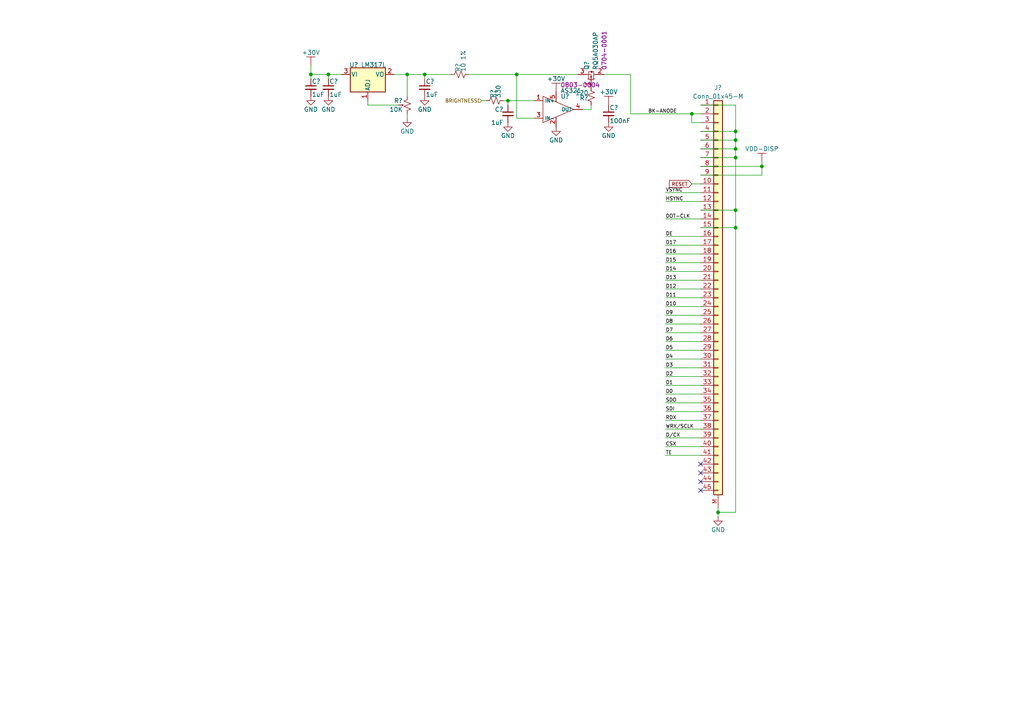
<source format=kicad_sch>
(kicad_sch (version 20211123) (generator eeschema)

  (uuid e135295f-2eae-40e7-9583-1889bb8f7973)

  (paper "A4")

  (lib_symbols
    (symbol "Daxxn_Connectors:Conn_01x45-M" (pin_names (offset 1.016) hide) (in_bom yes) (on_board yes)
      (property "Reference" "J" (id 0) (at 0 53.34 0)
        (effects (font (size 1.27 1.27)))
      )
      (property "Value" "Conn_01x45-M" (id 1) (at 0 50.8 0)
        (effects (font (size 1.27 1.27)))
      )
      (property "Footprint" "" (id 2) (at 0 0 0)
        (effects (font (size 1.27 1.27)) hide)
      )
      (property "Datasheet" "~" (id 3) (at 0 0 0)
        (effects (font (size 1.27 1.27)) hide)
      )
      (property "ki_keywords" "connector 45" (id 4) (at 0 0 0)
        (effects (font (size 1.27 1.27)) hide)
      )
      (property "ki_description" "Generic connector, single row, 01x45" (id 5) (at 0 0 0)
        (effects (font (size 1.27 1.27)) hide)
      )
      (property "ki_fp_filters" "Connector*:*_1x??_*" (id 6) (at 0 0 0)
        (effects (font (size 1.27 1.27)) hide)
      )
      (symbol "Conn_01x45-M_1_1"
        (rectangle (start -1.27 -63.373) (end 0 -63.627)
          (stroke (width 0.1524) (type default) (color 0 0 0 0))
          (fill (type none))
        )
        (rectangle (start -1.27 -60.833) (end 0 -61.087)
          (stroke (width 0.1524) (type default) (color 0 0 0 0))
          (fill (type none))
        )
        (rectangle (start -1.27 -58.293) (end 0 -58.547)
          (stroke (width 0.1524) (type default) (color 0 0 0 0))
          (fill (type none))
        )
        (rectangle (start -1.27 -55.753) (end 0 -56.007)
          (stroke (width 0.1524) (type default) (color 0 0 0 0))
          (fill (type none))
        )
        (rectangle (start -1.27 -53.213) (end 0 -53.467)
          (stroke (width 0.1524) (type default) (color 0 0 0 0))
          (fill (type none))
        )
        (rectangle (start -1.27 -50.673) (end 0 -50.927)
          (stroke (width 0.1524) (type default) (color 0 0 0 0))
          (fill (type none))
        )
        (rectangle (start -1.27 -48.133) (end 0 -48.387)
          (stroke (width 0.1524) (type default) (color 0 0 0 0))
          (fill (type none))
        )
        (rectangle (start -1.27 -45.593) (end 0 -45.847)
          (stroke (width 0.1524) (type default) (color 0 0 0 0))
          (fill (type none))
        )
        (rectangle (start -1.27 -43.053) (end 0 -43.307)
          (stroke (width 0.1524) (type default) (color 0 0 0 0))
          (fill (type none))
        )
        (rectangle (start -1.27 -40.513) (end 0 -40.767)
          (stroke (width 0.1524) (type default) (color 0 0 0 0))
          (fill (type none))
        )
        (rectangle (start -1.27 -37.973) (end 0 -38.227)
          (stroke (width 0.1524) (type default) (color 0 0 0 0))
          (fill (type none))
        )
        (rectangle (start -1.27 -35.433) (end 0 -35.687)
          (stroke (width 0.1524) (type default) (color 0 0 0 0))
          (fill (type none))
        )
        (rectangle (start -1.27 -32.893) (end 0 -33.147)
          (stroke (width 0.1524) (type default) (color 0 0 0 0))
          (fill (type none))
        )
        (rectangle (start -1.27 -30.353) (end 0 -30.607)
          (stroke (width 0.1524) (type default) (color 0 0 0 0))
          (fill (type none))
        )
        (rectangle (start -1.27 -27.813) (end 0 -28.067)
          (stroke (width 0.1524) (type default) (color 0 0 0 0))
          (fill (type none))
        )
        (rectangle (start -1.27 -25.273) (end 0 -25.527)
          (stroke (width 0.1524) (type default) (color 0 0 0 0))
          (fill (type none))
        )
        (rectangle (start -1.27 -22.733) (end 0 -22.987)
          (stroke (width 0.1524) (type default) (color 0 0 0 0))
          (fill (type none))
        )
        (rectangle (start -1.27 -20.193) (end 0 -20.447)
          (stroke (width 0.1524) (type default) (color 0 0 0 0))
          (fill (type none))
        )
        (rectangle (start -1.27 -17.653) (end 0 -17.907)
          (stroke (width 0.1524) (type default) (color 0 0 0 0))
          (fill (type none))
        )
        (rectangle (start -1.27 -15.113) (end 0 -15.367)
          (stroke (width 0.1524) (type default) (color 0 0 0 0))
          (fill (type none))
        )
        (rectangle (start -1.27 -12.573) (end 0 -12.827)
          (stroke (width 0.1524) (type default) (color 0 0 0 0))
          (fill (type none))
        )
        (rectangle (start -1.27 -10.033) (end 0 -10.287)
          (stroke (width 0.1524) (type default) (color 0 0 0 0))
          (fill (type none))
        )
        (rectangle (start -1.27 -7.493) (end 0 -7.747)
          (stroke (width 0.1524) (type default) (color 0 0 0 0))
          (fill (type none))
        )
        (rectangle (start -1.27 -4.953) (end 0 -5.207)
          (stroke (width 0.1524) (type default) (color 0 0 0 0))
          (fill (type none))
        )
        (rectangle (start -1.27 -2.413) (end 0 -2.667)
          (stroke (width 0.1524) (type default) (color 0 0 0 0))
          (fill (type none))
        )
        (rectangle (start -1.27 0.127) (end 0 -0.127)
          (stroke (width 0.1524) (type default) (color 0 0 0 0))
          (fill (type none))
        )
        (rectangle (start -1.27 2.667) (end 0 2.413)
          (stroke (width 0.1524) (type default) (color 0 0 0 0))
          (fill (type none))
        )
        (rectangle (start -1.27 5.207) (end 0 4.953)
          (stroke (width 0.1524) (type default) (color 0 0 0 0))
          (fill (type none))
        )
        (rectangle (start -1.27 7.747) (end 0 7.493)
          (stroke (width 0.1524) (type default) (color 0 0 0 0))
          (fill (type none))
        )
        (rectangle (start -1.27 10.287) (end 0 10.033)
          (stroke (width 0.1524) (type default) (color 0 0 0 0))
          (fill (type none))
        )
        (rectangle (start -1.27 12.827) (end 0 12.573)
          (stroke (width 0.1524) (type default) (color 0 0 0 0))
          (fill (type none))
        )
        (rectangle (start -1.27 15.367) (end 0 15.113)
          (stroke (width 0.1524) (type default) (color 0 0 0 0))
          (fill (type none))
        )
        (rectangle (start -1.27 17.907) (end 0 17.653)
          (stroke (width 0.1524) (type default) (color 0 0 0 0))
          (fill (type none))
        )
        (rectangle (start -1.27 20.447) (end 0 20.193)
          (stroke (width 0.1524) (type default) (color 0 0 0 0))
          (fill (type none))
        )
        (rectangle (start -1.27 22.987) (end 0 22.733)
          (stroke (width 0.1524) (type default) (color 0 0 0 0))
          (fill (type none))
        )
        (rectangle (start -1.27 25.527) (end 0 25.273)
          (stroke (width 0.1524) (type default) (color 0 0 0 0))
          (fill (type none))
        )
        (rectangle (start -1.27 28.067) (end 0 27.813)
          (stroke (width 0.1524) (type default) (color 0 0 0 0))
          (fill (type none))
        )
        (rectangle (start -1.27 30.607) (end 0 30.353)
          (stroke (width 0.1524) (type default) (color 0 0 0 0))
          (fill (type none))
        )
        (rectangle (start -1.27 33.147) (end 0 32.893)
          (stroke (width 0.1524) (type default) (color 0 0 0 0))
          (fill (type none))
        )
        (rectangle (start -1.27 35.687) (end 0 35.433)
          (stroke (width 0.1524) (type default) (color 0 0 0 0))
          (fill (type none))
        )
        (rectangle (start -1.27 38.227) (end 0 37.973)
          (stroke (width 0.1524) (type default) (color 0 0 0 0))
          (fill (type none))
        )
        (rectangle (start -1.27 40.767) (end 0 40.513)
          (stroke (width 0.1524) (type default) (color 0 0 0 0))
          (fill (type none))
        )
        (rectangle (start -1.27 43.307) (end 0 43.053)
          (stroke (width 0.1524) (type default) (color 0 0 0 0))
          (fill (type none))
        )
        (rectangle (start -1.27 45.847) (end 0 45.593)
          (stroke (width 0.1524) (type default) (color 0 0 0 0))
          (fill (type none))
        )
        (rectangle (start -1.27 48.387) (end 0 48.133)
          (stroke (width 0.1524) (type default) (color 0 0 0 0))
          (fill (type none))
        )
        (rectangle (start -1.27 49.53) (end 1.27 -64.77)
          (stroke (width 0.254) (type default) (color 0 0 0 0))
          (fill (type background))
        )
        (pin passive line (at -5.08 48.26 0) (length 3.81)
          (name "Pin_1" (effects (font (size 1.27 1.27))))
          (number "1" (effects (font (size 1.27 1.27))))
        )
        (pin passive line (at -5.08 25.4 0) (length 3.81)
          (name "Pin_10" (effects (font (size 1.27 1.27))))
          (number "10" (effects (font (size 1.27 1.27))))
        )
        (pin passive line (at -5.08 22.86 0) (length 3.81)
          (name "Pin_11" (effects (font (size 1.27 1.27))))
          (number "11" (effects (font (size 1.27 1.27))))
        )
        (pin passive line (at -5.08 20.32 0) (length 3.81)
          (name "Pin_12" (effects (font (size 1.27 1.27))))
          (number "12" (effects (font (size 1.27 1.27))))
        )
        (pin passive line (at -5.08 17.78 0) (length 3.81)
          (name "Pin_13" (effects (font (size 1.27 1.27))))
          (number "13" (effects (font (size 1.27 1.27))))
        )
        (pin passive line (at -5.08 15.24 0) (length 3.81)
          (name "Pin_14" (effects (font (size 1.27 1.27))))
          (number "14" (effects (font (size 1.27 1.27))))
        )
        (pin passive line (at -5.08 12.7 0) (length 3.81)
          (name "Pin_15" (effects (font (size 1.27 1.27))))
          (number "15" (effects (font (size 1.27 1.27))))
        )
        (pin passive line (at -5.08 10.16 0) (length 3.81)
          (name "Pin_16" (effects (font (size 1.27 1.27))))
          (number "16" (effects (font (size 1.27 1.27))))
        )
        (pin passive line (at -5.08 7.62 0) (length 3.81)
          (name "Pin_17" (effects (font (size 1.27 1.27))))
          (number "17" (effects (font (size 1.27 1.27))))
        )
        (pin passive line (at -5.08 5.08 0) (length 3.81)
          (name "Pin_18" (effects (font (size 1.27 1.27))))
          (number "18" (effects (font (size 1.27 1.27))))
        )
        (pin passive line (at -5.08 2.54 0) (length 3.81)
          (name "Pin_19" (effects (font (size 1.27 1.27))))
          (number "19" (effects (font (size 1.27 1.27))))
        )
        (pin passive line (at -5.08 45.72 0) (length 3.81)
          (name "Pin_2" (effects (font (size 1.27 1.27))))
          (number "2" (effects (font (size 1.27 1.27))))
        )
        (pin passive line (at -5.08 0 0) (length 3.81)
          (name "Pin_20" (effects (font (size 1.27 1.27))))
          (number "20" (effects (font (size 1.27 1.27))))
        )
        (pin passive line (at -5.08 -2.54 0) (length 3.81)
          (name "Pin_21" (effects (font (size 1.27 1.27))))
          (number "21" (effects (font (size 1.27 1.27))))
        )
        (pin passive line (at -5.08 -5.08 0) (length 3.81)
          (name "Pin_22" (effects (font (size 1.27 1.27))))
          (number "22" (effects (font (size 1.27 1.27))))
        )
        (pin passive line (at -5.08 -7.62 0) (length 3.81)
          (name "Pin_23" (effects (font (size 1.27 1.27))))
          (number "23" (effects (font (size 1.27 1.27))))
        )
        (pin passive line (at -5.08 -10.16 0) (length 3.81)
          (name "Pin_24" (effects (font (size 1.27 1.27))))
          (number "24" (effects (font (size 1.27 1.27))))
        )
        (pin passive line (at -5.08 -12.7 0) (length 3.81)
          (name "Pin_25" (effects (font (size 1.27 1.27))))
          (number "25" (effects (font (size 1.27 1.27))))
        )
        (pin passive line (at -5.08 -15.24 0) (length 3.81)
          (name "Pin_26" (effects (font (size 1.27 1.27))))
          (number "26" (effects (font (size 1.27 1.27))))
        )
        (pin passive line (at -5.08 -17.78 0) (length 3.81)
          (name "Pin_27" (effects (font (size 1.27 1.27))))
          (number "27" (effects (font (size 1.27 1.27))))
        )
        (pin passive line (at -5.08 -20.32 0) (length 3.81)
          (name "Pin_28" (effects (font (size 1.27 1.27))))
          (number "28" (effects (font (size 1.27 1.27))))
        )
        (pin passive line (at -5.08 -22.86 0) (length 3.81)
          (name "Pin_29" (effects (font (size 1.27 1.27))))
          (number "29" (effects (font (size 1.27 1.27))))
        )
        (pin passive line (at -5.08 43.18 0) (length 3.81)
          (name "Pin_3" (effects (font (size 1.27 1.27))))
          (number "3" (effects (font (size 1.27 1.27))))
        )
        (pin passive line (at -5.08 -25.4 0) (length 3.81)
          (name "Pin_30" (effects (font (size 1.27 1.27))))
          (number "30" (effects (font (size 1.27 1.27))))
        )
        (pin passive line (at -5.08 -27.94 0) (length 3.81)
          (name "Pin_31" (effects (font (size 1.27 1.27))))
          (number "31" (effects (font (size 1.27 1.27))))
        )
        (pin passive line (at -5.08 -30.48 0) (length 3.81)
          (name "Pin_32" (effects (font (size 1.27 1.27))))
          (number "32" (effects (font (size 1.27 1.27))))
        )
        (pin passive line (at -5.08 -33.02 0) (length 3.81)
          (name "Pin_33" (effects (font (size 1.27 1.27))))
          (number "33" (effects (font (size 1.27 1.27))))
        )
        (pin passive line (at -5.08 -35.56 0) (length 3.81)
          (name "Pin_34" (effects (font (size 1.27 1.27))))
          (number "34" (effects (font (size 1.27 1.27))))
        )
        (pin passive line (at -5.08 -38.1 0) (length 3.81)
          (name "Pin_35" (effects (font (size 1.27 1.27))))
          (number "35" (effects (font (size 1.27 1.27))))
        )
        (pin passive line (at -5.08 -40.64 0) (length 3.81)
          (name "Pin_36" (effects (font (size 1.27 1.27))))
          (number "36" (effects (font (size 1.27 1.27))))
        )
        (pin passive line (at -5.08 -43.18 0) (length 3.81)
          (name "Pin_37" (effects (font (size 1.27 1.27))))
          (number "37" (effects (font (size 1.27 1.27))))
        )
        (pin passive line (at -5.08 -45.72 0) (length 3.81)
          (name "Pin_38" (effects (font (size 1.27 1.27))))
          (number "38" (effects (font (size 1.27 1.27))))
        )
        (pin passive line (at -5.08 -48.26 0) (length 3.81)
          (name "Pin_39" (effects (font (size 1.27 1.27))))
          (number "39" (effects (font (size 1.27 1.27))))
        )
        (pin passive line (at -5.08 40.64 0) (length 3.81)
          (name "Pin_4" (effects (font (size 1.27 1.27))))
          (number "4" (effects (font (size 1.27 1.27))))
        )
        (pin passive line (at -5.08 -50.8 0) (length 3.81)
          (name "Pin_40" (effects (font (size 1.27 1.27))))
          (number "40" (effects (font (size 1.27 1.27))))
        )
        (pin passive line (at -5.08 -53.34 0) (length 3.81)
          (name "Pin_41" (effects (font (size 1.27 1.27))))
          (number "41" (effects (font (size 1.27 1.27))))
        )
        (pin passive line (at -5.08 -55.88 0) (length 3.81)
          (name "Pin_42" (effects (font (size 1.27 1.27))))
          (number "42" (effects (font (size 1.27 1.27))))
        )
        (pin passive line (at -5.08 -58.42 0) (length 3.81)
          (name "Pin_43" (effects (font (size 1.27 1.27))))
          (number "43" (effects (font (size 1.27 1.27))))
        )
        (pin passive line (at -5.08 -60.96 0) (length 3.81)
          (name "Pin_44" (effects (font (size 1.27 1.27))))
          (number "44" (effects (font (size 1.27 1.27))))
        )
        (pin passive line (at -5.08 -63.5 0) (length 3.81)
          (name "Pin_45" (effects (font (size 1.27 1.27))))
          (number "45" (effects (font (size 1.27 1.27))))
        )
        (pin passive line (at -5.08 38.1 0) (length 3.81)
          (name "Pin_5" (effects (font (size 1.27 1.27))))
          (number "5" (effects (font (size 1.27 1.27))))
        )
        (pin passive line (at -5.08 35.56 0) (length 3.81)
          (name "Pin_6" (effects (font (size 1.27 1.27))))
          (number "6" (effects (font (size 1.27 1.27))))
        )
        (pin passive line (at -5.08 33.02 0) (length 3.81)
          (name "Pin_7" (effects (font (size 1.27 1.27))))
          (number "7" (effects (font (size 1.27 1.27))))
        )
        (pin passive line (at -5.08 30.48 0) (length 3.81)
          (name "Pin_8" (effects (font (size 1.27 1.27))))
          (number "8" (effects (font (size 1.27 1.27))))
        )
        (pin passive line (at -5.08 27.94 0) (length 3.81)
          (name "Pin_9" (effects (font (size 1.27 1.27))))
          (number "9" (effects (font (size 1.27 1.27))))
        )
        (pin passive line (at 0 -68.58 90) (length 3.81)
          (name "MNT" (effects (font (size 1.27 1.27))))
          (number "M" (effects (font (size 1.27 1.27))))
        )
      )
    )
    (symbol "Daxxn_OPAMP:AS321" (in_bom yes) (on_board yes)
      (property "Reference" "U" (id 0) (at 5.08 3.81 0)
        (effects (font (size 1.27 1.27)) (justify left))
      )
      (property "Value" "AS321" (id 1) (at 5.08 5.461 0)
        (effects (font (size 1.27 1.27)) (justify left))
      )
      (property "Footprint" "Package_TO_SOT_SMD:SOT-23-5" (id 2) (at 1.27 13.97 0)
        (effects (font (size 1.27 1.27)) hide)
      )
      (property "Datasheet" "%LOCAL_DATASHEETS%\\AS321.pdf" (id 3) (at 0 17.78 0)
        (effects (font (size 1.27 1.27)) hide)
      )
      (property "PartNumber" "0803-0004" (id 4) (at 5.08 7.112 0)
        (effects (font (size 1.27 1.27)) (justify left))
      )
      (property "ki_keywords" "lp opamp" (id 5) (at 0 0 0)
        (effects (font (size 1.27 1.27)) hide)
      )
      (property "ki_description" "Low Power, Opamp" (id 6) (at 0 0 0)
        (effects (font (size 1.27 1.27)) hide)
      )
      (symbol "AS321_0_0"
        (pin bidirectional line (at -2.54 2.54 0) (length 2.54)
          (name "IN+" (effects (font (size 1 1))))
          (number "1" (effects (font (size 1.27 1.27))))
        )
        (pin power_in line (at 3.81 -5.08 90) (length 2.82)
          (name "V-" (effects (font (size 0 0))))
          (number "2" (effects (font (size 1.27 1.27))))
        )
        (pin bidirectional line (at -2.54 -2.54 0) (length 2.54)
          (name "IN-" (effects (font (size 1 1))))
          (number "3" (effects (font (size 1.27 1.27))))
        )
        (pin bidirectional line (at 11.43 0 180) (length 2.54)
          (name "OUT" (effects (font (size 1 1))))
          (number "4" (effects (font (size 1.27 1.27))))
        )
        (pin power_in line (at 3.81 5.08 270) (length 2.82)
          (name "V+" (effects (font (size 0 0))))
          (number "5" (effects (font (size 1.27 1.27))))
        )
      )
      (symbol "AS321_0_1"
        (polyline
          (pts
            (xy 0 3.81)
            (xy 8.89 0)
            (xy 0 -3.81)
            (xy 0 3.81)
          )
          (stroke (width 0) (type default) (color 0 0 0 0))
          (fill (type none))
        )
      )
    )
    (symbol "Daxxn_Other:R_Pot_Small_US" (pin_numbers hide) (pin_names (offset 0.254) hide) (in_bom yes) (on_board yes)
      (property "Reference" "R" (id 0) (at 1.27 1.27 0)
        (effects (font (size 1.27 1.27)) (justify left))
      )
      (property "Value" "R_Pot_Small_US" (id 1) (at 1.27 -1.27 0)
        (effects (font (size 1.27 1.27)) (justify left))
      )
      (property "Footprint" "" (id 2) (at 0 0 0)
        (effects (font (size 1.27 1.27)) hide)
      )
      (property "Datasheet" "~" (id 3) (at -4.191 0.762 0)
        (effects (font (size 1.27 1.27)) hide)
      )
      (property "ki_keywords" "r resistor" (id 4) (at 0 0 0)
        (effects (font (size 1.27 1.27)) hide)
      )
      (property "ki_description" "Resistor, small US symbol" (id 5) (at 0 0 0)
        (effects (font (size 1.27 1.27)) hide)
      )
      (property "ki_fp_filters" "R_*" (id 6) (at 0 0 0)
        (effects (font (size 1.27 1.27)) hide)
      )
      (symbol "R_Pot_Small_US_0_1"
        (polyline
          (pts
            (xy 1.143 0)
            (xy 1.524 -0.254)
          )
          (stroke (width 0) (type default) (color 0 0 0 0))
          (fill (type none))
        )
        (polyline
          (pts
            (xy 1.143 0)
            (xy 1.524 0.254)
          )
          (stroke (width 0) (type default) (color 0 0 0 0))
          (fill (type none))
        )
        (polyline
          (pts
            (xy 1.143 0)
            (xy 1.778 0)
          )
          (stroke (width 0) (type default) (color 0 0 0 0))
          (fill (type none))
        )
      )
      (symbol "R_Pot_Small_US_1_1"
        (polyline
          (pts
            (xy 0 0)
            (xy 1.016 -0.381)
            (xy 0 -0.762)
            (xy -1.016 -1.143)
            (xy 0 -1.524)
          )
          (stroke (width 0) (type default) (color 0 0 0 0))
          (fill (type none))
        )
        (polyline
          (pts
            (xy 0 1.524)
            (xy 1.016 1.143)
            (xy 0 0.762)
            (xy -1.016 0.381)
            (xy 0 0)
          )
          (stroke (width 0) (type default) (color 0 0 0 0))
          (fill (type none))
        )
        (pin passive line (at 0 2.54 270) (length 1.016)
          (name "~" (effects (font (size 1.27 1.27))))
          (number "1" (effects (font (size 1.27 1.27))))
        )
        (pin passive line (at 2.54 0 180) (length 0.75)
          (name "~" (effects (font (size 1.27 1.27))))
          (number "2" (effects (font (size 1.27 1.27))))
        )
        (pin passive line (at 0 -2.54 90) (length 1.016)
          (name "~" (effects (font (size 1.27 1.27))))
          (number "3" (effects (font (size 1.27 1.27))))
        )
      )
    )
    (symbol "Daxxn_Power:+30V" (power) (in_bom no) (on_board no)
      (property "Reference" "#PWR" (id 0) (at 3.81 0 0)
        (effects (font (size 1.27 1.27)) hide)
      )
      (property "Value" "+30V" (id 1) (at 0 3.81 0)
        (effects (font (size 1.27 1.27)))
      )
      (property "Footprint" "" (id 2) (at 0 0 0)
        (effects (font (size 1.27 1.27)) hide)
      )
      (property "Datasheet" "" (id 3) (at 0 0 0)
        (effects (font (size 1.27 1.27)) hide)
      )
      (symbol "+30V_0_0"
        (pin power_in line (at 0 0 90) (length 0) hide
          (name "+30V" (effects (font (size 1.27 1.27))))
          (number "1" (effects (font (size 1.27 1.27))))
        )
      )
      (symbol "+30V_0_1"
        (polyline
          (pts
            (xy -1.27 2.54)
            (xy 1.27 2.54)
          )
          (stroke (width 0) (type default) (color 0 0 0 0))
          (fill (type none))
        )
        (polyline
          (pts
            (xy 0 0)
            (xy 0 2.54)
          )
          (stroke (width 0) (type default) (color 0 0 0 0))
          (fill (type none))
        )
      )
    )
    (symbol "Daxxn_Power:VDD-DISP" (power) (in_bom no) (on_board no)
      (property "Reference" "#PWR" (id 0) (at 3.81 0 0)
        (effects (font (size 1.27 1.27)) hide)
      )
      (property "Value" "VDD-DISP" (id 1) (at 0 3.81 0)
        (effects (font (size 1.27 1.27)))
      )
      (property "Footprint" "" (id 2) (at 0 0 0)
        (effects (font (size 1.27 1.27)) hide)
      )
      (property "Datasheet" "" (id 3) (at 0 0 0)
        (effects (font (size 1.27 1.27)) hide)
      )
      (property "ki_keywords" "power-flag" (id 4) (at 0 0 0)
        (effects (font (size 1.27 1.27)) hide)
      )
      (property "ki_description" "Source From Power Supply Internal Regulator" (id 5) (at 0 0 0)
        (effects (font (size 1.27 1.27)) hide)
      )
      (symbol "VDD-DISP_0_0"
        (pin power_in line (at 0 0 90) (length 0) hide
          (name "VDD-DISP" (effects (font (size 1.27 1.27))))
          (number "1" (effects (font (size 1.27 1.27))))
        )
      )
      (symbol "VDD-DISP_0_1"
        (polyline
          (pts
            (xy -1.27 2.54)
            (xy 1.27 2.54)
          )
          (stroke (width 0) (type default) (color 0 0 0 0))
          (fill (type none))
        )
        (polyline
          (pts
            (xy 0 0)
            (xy 0 2.54)
          )
          (stroke (width 0) (type default) (color 0 0 0 0))
          (fill (type none))
        )
      )
    )
    (symbol "Daxxn_Transistors:RQ5A030AP" (in_bom yes) (on_board yes)
      (property "Reference" "Q" (id 0) (at 2.54 -1.27 0)
        (effects (font (size 1.27 1.27)) (justify left))
      )
      (property "Value" "RQ5A030AP" (id 1) (at 2.54 1.27 0)
        (effects (font (size 1.27 1.27)) (justify left))
      )
      (property "Footprint" "Package_TO_SOT_SMD:SOT-23" (id 2) (at 1.27 12.7 0)
        (effects (font (size 1.27 1.27)) hide)
      )
      (property "Datasheet" "%LOCAL_DATASHEETS%\\RQ5A030AP.pdf" (id 3) (at 1.27 15.24 0)
        (effects (font (size 1.27 1.27)) hide)
      )
      (property "PartNumber" "0704-0001" (id 4) (at 2.54 3.81 0)
        (effects (font (size 1.27 1.27)) (justify left))
      )
      (property "ki_keywords" "p-ch esd mosfet fet" (id 5) (at 0 0 0)
        (effects (font (size 1.27 1.27)) hide)
      )
      (property "ki_description" "P-Ch MOSFET w/ ESD" (id 6) (at 0 0 0)
        (effects (font (size 1.27 1.27)) hide)
      )
      (symbol "RQ5A030AP_0_0"
        (pin bidirectional line (at -2.54 0 0) (length 2.2)
          (name "G" (effects (font (size 0 0))))
          (number "1" (effects (font (size 1.27 1.27))))
        )
        (pin bidirectional line (at 1.27 3.81 270) (length 2.54)
          (name "S" (effects (font (size 0 0))))
          (number "2" (effects (font (size 1.27 1.27))))
        )
        (pin bidirectional line (at 1.27 -3.81 90) (length 2.54)
          (name "D" (effects (font (size 0 0))))
          (number "3" (effects (font (size 1.27 1.27))))
        )
      )
      (symbol "RQ5A030AP_0_1"
        (polyline
          (pts
            (xy -0.254 0.762)
            (xy -0.254 -0.762)
          )
          (stroke (width 0) (type default) (color 0 0 0 0))
          (fill (type none))
        )
        (polyline
          (pts
            (xy 0 -0.508)
            (xy 0 -1.016)
          )
          (stroke (width 0) (type default) (color 0 0 0 0))
          (fill (type none))
        )
        (polyline
          (pts
            (xy 0 0.254)
            (xy 0 -0.254)
          )
          (stroke (width 0) (type default) (color 0 0 0 0))
          (fill (type none))
        )
        (polyline
          (pts
            (xy 0 0.508)
            (xy 0 1.016)
          )
          (stroke (width 0) (type default) (color 0 0 0 0))
          (fill (type none))
        )
        (polyline
          (pts
            (xy 1.778 0)
            (xy 2.286 0)
          )
          (stroke (width 0) (type default) (color 0 0 0 0))
          (fill (type none))
        )
        (polyline
          (pts
            (xy 0 -0.762)
            (xy 1.27 -0.762)
            (xy 1.27 -1.27)
          )
          (stroke (width 0) (type default) (color 0 0 0 0))
          (fill (type none))
        )
        (polyline
          (pts
            (xy 0 0)
            (xy 1.27 0)
            (xy 1.27 -0.762)
          )
          (stroke (width 0) (type default) (color 0 0 0 0))
          (fill (type none))
        )
        (polyline
          (pts
            (xy 0 0.762)
            (xy 1.27 0.762)
            (xy 1.27 1.27)
          )
          (stroke (width 0) (type default) (color 0 0 0 0))
          (fill (type none))
        )
        (polyline
          (pts
            (xy 0.762 0)
            (xy 0.508 0.254)
            (xy 0.508 -0.254)
            (xy 0.762 0)
          )
          (stroke (width 0) (type default) (color 0 0 0 0))
          (fill (type none))
        )
        (polyline
          (pts
            (xy 1.27 0.762)
            (xy 2.032 0.762)
            (xy 2.032 -0.762)
            (xy 1.27 -0.762)
          )
          (stroke (width 0) (type default) (color 0 0 0 0))
          (fill (type none))
        )
        (polyline
          (pts
            (xy 2.032 0)
            (xy 1.778 0.254)
            (xy 2.286 0.254)
            (xy 2.032 0)
          )
          (stroke (width 0) (type default) (color 0 0 0 0))
          (fill (type none))
        )
      )
    )
    (symbol "Device:C_Small" (pin_numbers hide) (pin_names (offset 0.254) hide) (in_bom yes) (on_board yes)
      (property "Reference" "C" (id 0) (at 0.254 1.778 0)
        (effects (font (size 1.27 1.27)) (justify left))
      )
      (property "Value" "C_Small" (id 1) (at 0.254 -2.032 0)
        (effects (font (size 1.27 1.27)) (justify left))
      )
      (property "Footprint" "" (id 2) (at 0 0 0)
        (effects (font (size 1.27 1.27)) hide)
      )
      (property "Datasheet" "~" (id 3) (at 0 0 0)
        (effects (font (size 1.27 1.27)) hide)
      )
      (property "ki_keywords" "capacitor cap" (id 4) (at 0 0 0)
        (effects (font (size 1.27 1.27)) hide)
      )
      (property "ki_description" "Unpolarized capacitor, small symbol" (id 5) (at 0 0 0)
        (effects (font (size 1.27 1.27)) hide)
      )
      (property "ki_fp_filters" "C_*" (id 6) (at 0 0 0)
        (effects (font (size 1.27 1.27)) hide)
      )
      (symbol "C_Small_0_1"
        (polyline
          (pts
            (xy -1.524 -0.508)
            (xy 1.524 -0.508)
          )
          (stroke (width 0.3302) (type default) (color 0 0 0 0))
          (fill (type none))
        )
        (polyline
          (pts
            (xy -1.524 0.508)
            (xy 1.524 0.508)
          )
          (stroke (width 0.3048) (type default) (color 0 0 0 0))
          (fill (type none))
        )
      )
      (symbol "C_Small_1_1"
        (pin passive line (at 0 2.54 270) (length 2.032)
          (name "~" (effects (font (size 1.27 1.27))))
          (number "1" (effects (font (size 1.27 1.27))))
        )
        (pin passive line (at 0 -2.54 90) (length 2.032)
          (name "~" (effects (font (size 1.27 1.27))))
          (number "2" (effects (font (size 1.27 1.27))))
        )
      )
    )
    (symbol "Device:R_Small_US" (pin_numbers hide) (pin_names (offset 0.254) hide) (in_bom yes) (on_board yes)
      (property "Reference" "R" (id 0) (at 0.762 0.508 0)
        (effects (font (size 1.27 1.27)) (justify left))
      )
      (property "Value" "R_Small_US" (id 1) (at 0.762 -1.016 0)
        (effects (font (size 1.27 1.27)) (justify left))
      )
      (property "Footprint" "" (id 2) (at 0 0 0)
        (effects (font (size 1.27 1.27)) hide)
      )
      (property "Datasheet" "~" (id 3) (at 0 0 0)
        (effects (font (size 1.27 1.27)) hide)
      )
      (property "ki_keywords" "r resistor" (id 4) (at 0 0 0)
        (effects (font (size 1.27 1.27)) hide)
      )
      (property "ki_description" "Resistor, small US symbol" (id 5) (at 0 0 0)
        (effects (font (size 1.27 1.27)) hide)
      )
      (property "ki_fp_filters" "R_*" (id 6) (at 0 0 0)
        (effects (font (size 1.27 1.27)) hide)
      )
      (symbol "R_Small_US_1_1"
        (polyline
          (pts
            (xy 0 0)
            (xy 1.016 -0.381)
            (xy 0 -0.762)
            (xy -1.016 -1.143)
            (xy 0 -1.524)
          )
          (stroke (width 0) (type default) (color 0 0 0 0))
          (fill (type none))
        )
        (polyline
          (pts
            (xy 0 1.524)
            (xy 1.016 1.143)
            (xy 0 0.762)
            (xy -1.016 0.381)
            (xy 0 0)
          )
          (stroke (width 0) (type default) (color 0 0 0 0))
          (fill (type none))
        )
        (pin passive line (at 0 2.54 270) (length 1.016)
          (name "~" (effects (font (size 1.27 1.27))))
          (number "1" (effects (font (size 1.27 1.27))))
        )
        (pin passive line (at 0 -2.54 90) (length 1.016)
          (name "~" (effects (font (size 1.27 1.27))))
          (number "2" (effects (font (size 1.27 1.27))))
        )
      )
    )
    (symbol "Regulator_Linear:LM317L_SOT-89" (pin_names (offset 0.254)) (in_bom yes) (on_board yes)
      (property "Reference" "U" (id 0) (at -3.81 3.175 0)
        (effects (font (size 1.27 1.27)))
      )
      (property "Value" "LM317L_SOT-89" (id 1) (at 0 3.175 0)
        (effects (font (size 1.27 1.27)) (justify left))
      )
      (property "Footprint" "Package_TO_SOT_SMD:SOT-89-3" (id 2) (at 0 6.35 0)
        (effects (font (size 1.27 1.27) italic) hide)
      )
      (property "Datasheet" "http://www.ti.com/lit/ds/symlink/lm317l.pdf" (id 3) (at 0 0 0)
        (effects (font (size 1.27 1.27)) hide)
      )
      (property "ki_keywords" "Adjustable Voltage Regulator 1A Positive" (id 4) (at 0 0 0)
        (effects (font (size 1.27 1.27)) hide)
      )
      (property "ki_description" "100mA 35V Adjustable Linear Regulator, SOT-89" (id 5) (at 0 0 0)
        (effects (font (size 1.27 1.27)) hide)
      )
      (property "ki_fp_filters" "SOT?89*" (id 6) (at 0 0 0)
        (effects (font (size 1.27 1.27)) hide)
      )
      (symbol "LM317L_SOT-89_0_1"
        (rectangle (start -5.08 1.905) (end 5.08 -5.08)
          (stroke (width 0.254) (type default) (color 0 0 0 0))
          (fill (type background))
        )
      )
      (symbol "LM317L_SOT-89_1_1"
        (pin input line (at 0 -7.62 90) (length 2.54)
          (name "ADJ" (effects (font (size 1.27 1.27))))
          (number "1" (effects (font (size 1.27 1.27))))
        )
        (pin power_out line (at 7.62 0 180) (length 2.54)
          (name "VO" (effects (font (size 1.27 1.27))))
          (number "2" (effects (font (size 1.27 1.27))))
        )
        (pin power_in line (at -7.62 0 0) (length 2.54)
          (name "VI" (effects (font (size 1.27 1.27))))
          (number "3" (effects (font (size 1.27 1.27))))
        )
      )
    )
    (symbol "power:GND" (power) (pin_names (offset 0)) (in_bom yes) (on_board yes)
      (property "Reference" "#PWR" (id 0) (at 0 -6.35 0)
        (effects (font (size 1.27 1.27)) hide)
      )
      (property "Value" "GND" (id 1) (at 0 -3.81 0)
        (effects (font (size 1.27 1.27)))
      )
      (property "Footprint" "" (id 2) (at 0 0 0)
        (effects (font (size 1.27 1.27)) hide)
      )
      (property "Datasheet" "" (id 3) (at 0 0 0)
        (effects (font (size 1.27 1.27)) hide)
      )
      (property "ki_keywords" "power-flag" (id 4) (at 0 0 0)
        (effects (font (size 1.27 1.27)) hide)
      )
      (property "ki_description" "Power symbol creates a global label with name \"GND\" , ground" (id 5) (at 0 0 0)
        (effects (font (size 1.27 1.27)) hide)
      )
      (symbol "GND_0_1"
        (polyline
          (pts
            (xy 0 0)
            (xy 0 -1.27)
            (xy 1.27 -1.27)
            (xy 0 -2.54)
            (xy -1.27 -1.27)
            (xy 0 -1.27)
          )
          (stroke (width 0) (type default) (color 0 0 0 0))
          (fill (type none))
        )
      )
      (symbol "GND_1_1"
        (pin power_in line (at 0 0 270) (length 0) hide
          (name "GND" (effects (font (size 1.27 1.27))))
          (number "1" (effects (font (size 1.27 1.27))))
        )
      )
    )
  )

  (junction (at 213.36 45.72) (diameter 0) (color 0 0 0 0)
    (uuid 034233f0-e6e7-4bd3-b98d-8ceec89c80a7)
  )
  (junction (at 220.98 48.26) (diameter 0) (color 0 0 0 0)
    (uuid 151f2e5a-e720-4615-ba2e-fc8cd4ef6777)
  )
  (junction (at 213.36 66.04) (diameter 0) (color 0 0 0 0)
    (uuid 23c4ff6e-b9d6-4883-beae-c233cf5633fa)
  )
  (junction (at 90.17 21.59) (diameter 0) (color 0 0 0 0)
    (uuid 2f097809-6085-4a15-b555-40cc57bcfe99)
  )
  (junction (at 213.36 40.64) (diameter 0) (color 0 0 0 0)
    (uuid 301c39c8-ce22-41fb-a9ec-d7f94bf992b8)
  )
  (junction (at 95.25 21.59) (diameter 0) (color 0 0 0 0)
    (uuid 462d798c-0b14-404e-8703-8366ddc5adf6)
  )
  (junction (at 213.36 43.18) (diameter 0) (color 0 0 0 0)
    (uuid 4b120a55-92de-4cd9-9943-7460be0efbe1)
  )
  (junction (at 213.36 38.1) (diameter 0) (color 0 0 0 0)
    (uuid 6bad52e8-1a50-4760-bad0-c1250b9e311d)
  )
  (junction (at 123.19 21.59) (diameter 0) (color 0 0 0 0)
    (uuid 90698736-e3cb-4663-8845-a7c3e51047b3)
  )
  (junction (at 118.11 21.59) (diameter 0) (color 0 0 0 0)
    (uuid 9aa764db-f4ca-4184-969c-225f8fc93cb0)
  )
  (junction (at 149.86 21.59) (diameter 0) (color 0 0 0 0)
    (uuid a54edf25-522b-4433-a05f-0925670a2f2d)
  )
  (junction (at 200.66 33.02) (diameter 0) (color 0 0 0 0)
    (uuid b47658dc-3547-4ce1-839e-ea2adb776d88)
  )
  (junction (at 147.32 29.21) (diameter 0) (color 0 0 0 0)
    (uuid c4398d27-8d89-430c-9221-75df2034bd06)
  )
  (junction (at 213.36 60.96) (diameter 0) (color 0 0 0 0)
    (uuid c5b3a68c-3403-4f34-88ab-a1f365bb9a5d)
  )
  (junction (at 208.28 148.59) (diameter 0) (color 0 0 0 0)
    (uuid dc1f0034-57dd-4b93-be0e-14ac93615b5d)
  )

  (no_connect (at 203.2 134.62) (uuid 1e984bbc-2846-4f0a-b0f9-1b50241b077e))
  (no_connect (at 203.2 137.16) (uuid 7b0515ff-0202-4cba-8c10-6be103895c6e))
  (no_connect (at 203.2 139.7) (uuid 8f3d4a6e-3a74-4ee0-ab32-e37f4ce41355))
  (no_connect (at 203.2 142.24) (uuid d4898f8d-725f-4200-9292-ca2af462f092))

  (wire (pts (xy 193.04 101.6) (xy 203.2 101.6))
    (stroke (width 0) (type default) (color 0 0 0 0))
    (uuid 014fbbfa-5f69-4ad8-8d62-c6d8041f24a0)
  )
  (wire (pts (xy 193.04 132.08) (xy 203.2 132.08))
    (stroke (width 0) (type default) (color 0 0 0 0))
    (uuid 02c3cffe-dc87-478f-9c77-9c94190dcef4)
  )
  (wire (pts (xy 203.2 45.72) (xy 213.36 45.72))
    (stroke (width 0) (type default) (color 0 0 0 0))
    (uuid 04368ca8-8cb5-4407-b6d3-3b520bbc243a)
  )
  (wire (pts (xy 193.04 71.12) (xy 203.2 71.12))
    (stroke (width 0) (type default) (color 0 0 0 0))
    (uuid 086a2767-d986-4b87-b669-c3463ff94475)
  )
  (wire (pts (xy 213.36 30.48) (xy 213.36 38.1))
    (stroke (width 0) (type default) (color 0 0 0 0))
    (uuid 099f7ce9-ec75-47da-b350-89c3a3434f30)
  )
  (wire (pts (xy 149.86 21.59) (xy 149.86 34.29))
    (stroke (width 0) (type default) (color 0 0 0 0))
    (uuid 0c368d6f-ca9f-4e6b-a228-9eebf923ae3c)
  )
  (wire (pts (xy 193.04 91.44) (xy 203.2 91.44))
    (stroke (width 0) (type default) (color 0 0 0 0))
    (uuid 0dacbce4-b45c-4bc4-ba3d-57d44ee82312)
  )
  (wire (pts (xy 95.25 21.59) (xy 95.25 22.86))
    (stroke (width 0) (type default) (color 0 0 0 0))
    (uuid 0f7a4ae5-11d7-4856-8373-39f5c44b3b5a)
  )
  (wire (pts (xy 182.88 21.59) (xy 182.88 33.02))
    (stroke (width 0) (type default) (color 0 0 0 0))
    (uuid 121116df-5ab5-4a83-a6e7-445c97e029a2)
  )
  (wire (pts (xy 193.04 58.42) (xy 203.2 58.42))
    (stroke (width 0) (type default) (color 0 0 0 0))
    (uuid 139a87b6-34c4-4b3f-aca8-ce38b176491b)
  )
  (wire (pts (xy 200.66 33.02) (xy 203.2 33.02))
    (stroke (width 0) (type default) (color 0 0 0 0))
    (uuid 1f215371-11d9-4fd0-b585-c7f0903911d8)
  )
  (wire (pts (xy 203.2 35.56) (xy 200.66 35.56))
    (stroke (width 0) (type default) (color 0 0 0 0))
    (uuid 22cab546-48c5-45b2-a54c-db8afacea48e)
  )
  (wire (pts (xy 114.3 21.59) (xy 118.11 21.59))
    (stroke (width 0) (type default) (color 0 0 0 0))
    (uuid 23541de2-e957-4a44-a4d7-1f3faca1448d)
  )
  (wire (pts (xy 193.04 116.84) (xy 203.2 116.84))
    (stroke (width 0) (type default) (color 0 0 0 0))
    (uuid 25c7c612-0406-46e3-bd40-362e3e0514b3)
  )
  (wire (pts (xy 193.04 78.74) (xy 203.2 78.74))
    (stroke (width 0) (type default) (color 0 0 0 0))
    (uuid 2a84497e-f235-407c-b71a-f7906d128c73)
  )
  (wire (pts (xy 175.26 21.59) (xy 182.88 21.59))
    (stroke (width 0) (type default) (color 0 0 0 0))
    (uuid 2dec693e-3d3c-4121-bc9b-9b68dd15491a)
  )
  (wire (pts (xy 90.17 21.59) (xy 90.17 19.05))
    (stroke (width 0) (type default) (color 0 0 0 0))
    (uuid 33bf2d4a-d443-4c99-abc7-cd19b7d248cc)
  )
  (wire (pts (xy 193.04 114.3) (xy 203.2 114.3))
    (stroke (width 0) (type default) (color 0 0 0 0))
    (uuid 362476a3-33ee-4681-826a-d645d2be7d44)
  )
  (wire (pts (xy 118.11 33.02) (xy 118.11 34.29))
    (stroke (width 0) (type default) (color 0 0 0 0))
    (uuid 380cc471-446d-479c-9cf9-a3c0299cf56d)
  )
  (wire (pts (xy 118.11 21.59) (xy 123.19 21.59))
    (stroke (width 0) (type default) (color 0 0 0 0))
    (uuid 38f17152-06d3-4b10-a039-93a50e6dcb91)
  )
  (wire (pts (xy 220.98 46.99) (xy 220.98 48.26))
    (stroke (width 0) (type default) (color 0 0 0 0))
    (uuid 40b73c37-9a07-46ff-991a-db9674221c80)
  )
  (wire (pts (xy 203.2 38.1) (xy 213.36 38.1))
    (stroke (width 0) (type default) (color 0 0 0 0))
    (uuid 4d59deb4-86ef-4c37-9015-0b2e7466ac41)
  )
  (wire (pts (xy 193.04 104.14) (xy 203.2 104.14))
    (stroke (width 0) (type default) (color 0 0 0 0))
    (uuid 5116db54-7de7-4b1d-a2d5-f3ed96eabdd3)
  )
  (wire (pts (xy 123.19 21.59) (xy 130.81 21.59))
    (stroke (width 0) (type default) (color 0 0 0 0))
    (uuid 53dc2f08-8855-4020-aaec-df05bb8c1bea)
  )
  (wire (pts (xy 203.2 48.26) (xy 220.98 48.26))
    (stroke (width 0) (type default) (color 0 0 0 0))
    (uuid 5876ce39-527e-4648-98e8-a1f88ddedce1)
  )
  (wire (pts (xy 203.2 30.48) (xy 213.36 30.48))
    (stroke (width 0) (type default) (color 0 0 0 0))
    (uuid 5b479de3-9965-4d9d-bf98-baf5583196d4)
  )
  (wire (pts (xy 208.28 148.59) (xy 208.28 149.86))
    (stroke (width 0) (type default) (color 0 0 0 0))
    (uuid 5e6078ec-b372-4612-b146-64bbb441033f)
  )
  (wire (pts (xy 193.04 109.22) (xy 203.2 109.22))
    (stroke (width 0) (type default) (color 0 0 0 0))
    (uuid 5f500794-096f-4277-9e71-75053f1bcd98)
  )
  (wire (pts (xy 203.2 50.8) (xy 220.98 50.8))
    (stroke (width 0) (type default) (color 0 0 0 0))
    (uuid 730a2842-ee0a-4efd-906c-9ed171f622b2)
  )
  (wire (pts (xy 200.66 53.34) (xy 203.2 53.34))
    (stroke (width 0) (type default) (color 0 0 0 0))
    (uuid 73b0eed6-5bae-4177-ab71-4d45b6d9e7f8)
  )
  (wire (pts (xy 193.04 83.82) (xy 203.2 83.82))
    (stroke (width 0) (type default) (color 0 0 0 0))
    (uuid 74429b4d-f35e-4938-b0fa-486b62bb43da)
  )
  (wire (pts (xy 118.11 21.59) (xy 118.11 27.94))
    (stroke (width 0) (type default) (color 0 0 0 0))
    (uuid 771bccf0-33bd-4209-b719-0578934521fe)
  )
  (wire (pts (xy 139.7 29.21) (xy 140.97 29.21))
    (stroke (width 0) (type default) (color 0 0 0 0))
    (uuid 78057bc5-34c5-4ede-96fd-302bf8d3bd7d)
  )
  (wire (pts (xy 193.04 76.2) (xy 203.2 76.2))
    (stroke (width 0) (type default) (color 0 0 0 0))
    (uuid 7c7298b1-8cff-43bf-b0ed-72b56565c461)
  )
  (wire (pts (xy 193.04 129.54) (xy 203.2 129.54))
    (stroke (width 0) (type default) (color 0 0 0 0))
    (uuid 7d4b3b15-24d7-4c7b-99ab-1e0df3d7612b)
  )
  (wire (pts (xy 99.06 21.59) (xy 95.25 21.59))
    (stroke (width 0) (type default) (color 0 0 0 0))
    (uuid 7e4c9173-ae00-4760-bf97-571865e8d9b4)
  )
  (wire (pts (xy 193.04 121.92) (xy 203.2 121.92))
    (stroke (width 0) (type default) (color 0 0 0 0))
    (uuid 7e69c171-7224-4626-9087-1478550a7666)
  )
  (wire (pts (xy 200.66 35.56) (xy 200.66 33.02))
    (stroke (width 0) (type default) (color 0 0 0 0))
    (uuid 821cf33e-d10f-4a53-bbc5-a33798c3f0f7)
  )
  (wire (pts (xy 193.04 81.28) (xy 203.2 81.28))
    (stroke (width 0) (type default) (color 0 0 0 0))
    (uuid 8341d496-4962-43c1-807b-b45322419064)
  )
  (wire (pts (xy 193.04 73.66) (xy 203.2 73.66))
    (stroke (width 0) (type default) (color 0 0 0 0))
    (uuid 84a6f14e-8b1d-47af-b856-a808b161c190)
  )
  (wire (pts (xy 193.04 99.06) (xy 203.2 99.06))
    (stroke (width 0) (type default) (color 0 0 0 0))
    (uuid 84d88ef3-e3c3-4a4a-aecd-356aa45db9a1)
  )
  (wire (pts (xy 193.04 63.5) (xy 203.2 63.5))
    (stroke (width 0) (type default) (color 0 0 0 0))
    (uuid 8b3772aa-0af3-4adf-94c0-e68f19d329e0)
  )
  (wire (pts (xy 213.36 148.59) (xy 213.36 66.04))
    (stroke (width 0) (type default) (color 0 0 0 0))
    (uuid 8e72ce2b-d4f0-4a53-8a6e-b2a5927296e1)
  )
  (wire (pts (xy 149.86 34.29) (xy 154.94 34.29))
    (stroke (width 0) (type default) (color 0 0 0 0))
    (uuid 8f65a98f-9560-4e0b-ad34-cee60b896550)
  )
  (wire (pts (xy 193.04 68.58) (xy 203.2 68.58))
    (stroke (width 0) (type default) (color 0 0 0 0))
    (uuid 900ed1c2-4cea-46b9-9766-1f0a11fc976e)
  )
  (wire (pts (xy 208.28 148.59) (xy 213.36 148.59))
    (stroke (width 0) (type default) (color 0 0 0 0))
    (uuid 95a830eb-f037-402d-ba99-3897182c887a)
  )
  (wire (pts (xy 193.04 127) (xy 203.2 127))
    (stroke (width 0) (type default) (color 0 0 0 0))
    (uuid 973aed88-acc0-4c9e-ac0a-99a80dec5d5c)
  )
  (wire (pts (xy 213.36 66.04) (xy 213.36 60.96))
    (stroke (width 0) (type default) (color 0 0 0 0))
    (uuid 97f78bff-87c9-44f3-b6fa-89e29e2dfcb5)
  )
  (wire (pts (xy 220.98 50.8) (xy 220.98 48.26))
    (stroke (width 0) (type default) (color 0 0 0 0))
    (uuid 9e05bc47-35d6-488a-97b7-fab7ca6d016f)
  )
  (wire (pts (xy 203.2 40.64) (xy 213.36 40.64))
    (stroke (width 0) (type default) (color 0 0 0 0))
    (uuid a20a4b31-c458-46bb-87d0-efa1ef9c0d23)
  )
  (wire (pts (xy 106.68 30.48) (xy 106.68 29.21))
    (stroke (width 0) (type default) (color 0 0 0 0))
    (uuid a2f405d9-a051-4852-bf0e-09c53f7d2767)
  )
  (wire (pts (xy 213.36 45.72) (xy 213.36 43.18))
    (stroke (width 0) (type default) (color 0 0 0 0))
    (uuid a9dc0bbe-a612-4be9-a6e2-ceff16b6fc9c)
  )
  (wire (pts (xy 149.86 21.59) (xy 167.64 21.59))
    (stroke (width 0) (type default) (color 0 0 0 0))
    (uuid aa31d79b-ab1d-4c87-89e8-b76b4ef62d28)
  )
  (wire (pts (xy 106.68 30.48) (xy 115.57 30.48))
    (stroke (width 0) (type default) (color 0 0 0 0))
    (uuid ac082f2a-749a-49b0-bc9a-8ffbbb67757b)
  )
  (wire (pts (xy 203.2 60.96) (xy 213.36 60.96))
    (stroke (width 0) (type default) (color 0 0 0 0))
    (uuid ae73d707-1dc9-4b15-bfb3-f0b0f4915c56)
  )
  (wire (pts (xy 213.36 60.96) (xy 213.36 45.72))
    (stroke (width 0) (type default) (color 0 0 0 0))
    (uuid af276769-e36b-4935-9b72-07c69ef03ecf)
  )
  (wire (pts (xy 193.04 86.36) (xy 203.2 86.36))
    (stroke (width 0) (type default) (color 0 0 0 0))
    (uuid b27f58a6-1548-412d-8ab1-210147dfd545)
  )
  (wire (pts (xy 213.36 38.1) (xy 213.36 40.64))
    (stroke (width 0) (type default) (color 0 0 0 0))
    (uuid b395575f-33cd-4232-b18f-712f3af0cefd)
  )
  (wire (pts (xy 168.91 31.75) (xy 171.45 31.75))
    (stroke (width 0) (type default) (color 0 0 0 0))
    (uuid b4a96546-6861-40de-9279-f4504d9caa67)
  )
  (wire (pts (xy 146.05 29.21) (xy 147.32 29.21))
    (stroke (width 0) (type default) (color 0 0 0 0))
    (uuid b65993c6-3225-4f69-b347-4383ce9819f4)
  )
  (wire (pts (xy 171.45 31.75) (xy 171.45 30.48))
    (stroke (width 0) (type default) (color 0 0 0 0))
    (uuid b96f827f-5af5-4c61-9762-5e1f1a3bc4f7)
  )
  (wire (pts (xy 213.36 40.64) (xy 213.36 43.18))
    (stroke (width 0) (type default) (color 0 0 0 0))
    (uuid b9fbfe21-a3e9-4549-a3e3-4273ee6c03b9)
  )
  (wire (pts (xy 193.04 55.88) (xy 203.2 55.88))
    (stroke (width 0) (type default) (color 0 0 0 0))
    (uuid bee29899-ca86-4cc2-8ba8-dcc6a93a1d6d)
  )
  (wire (pts (xy 147.32 29.21) (xy 147.32 30.48))
    (stroke (width 0) (type default) (color 0 0 0 0))
    (uuid bf84846d-bdb8-4f68-a59c-ef4c436086c4)
  )
  (wire (pts (xy 90.17 21.59) (xy 90.17 22.86))
    (stroke (width 0) (type default) (color 0 0 0 0))
    (uuid c21a8cd0-f0c0-4f1d-b782-12e7c9ab2387)
  )
  (wire (pts (xy 193.04 124.46) (xy 203.2 124.46))
    (stroke (width 0) (type default) (color 0 0 0 0))
    (uuid c4d079c6-10a1-4e69-b231-baa4dc8be76e)
  )
  (wire (pts (xy 213.36 43.18) (xy 203.2 43.18))
    (stroke (width 0) (type default) (color 0 0 0 0))
    (uuid c7245ae3-2995-4763-9ed9-e8cc1ba22018)
  )
  (wire (pts (xy 193.04 106.68) (xy 203.2 106.68))
    (stroke (width 0) (type default) (color 0 0 0 0))
    (uuid ca0e0cce-2948-46bc-9b9b-ed0439677905)
  )
  (wire (pts (xy 193.04 96.52) (xy 203.2 96.52))
    (stroke (width 0) (type default) (color 0 0 0 0))
    (uuid d318d16b-c36e-44f2-8b4f-13e89ec49121)
  )
  (wire (pts (xy 135.89 21.59) (xy 149.86 21.59))
    (stroke (width 0) (type default) (color 0 0 0 0))
    (uuid d3d39cad-e412-4d9b-b399-2039999a8a43)
  )
  (wire (pts (xy 193.04 88.9) (xy 203.2 88.9))
    (stroke (width 0) (type default) (color 0 0 0 0))
    (uuid d487530e-356f-4f68-aacd-0334c19e9e87)
  )
  (wire (pts (xy 182.88 33.02) (xy 200.66 33.02))
    (stroke (width 0) (type default) (color 0 0 0 0))
    (uuid d7560869-3f42-4c18-b75f-c759144c7365)
  )
  (wire (pts (xy 193.04 111.76) (xy 203.2 111.76))
    (stroke (width 0) (type default) (color 0 0 0 0))
    (uuid d95651f4-9636-4331-b4dc-a5b140284313)
  )
  (wire (pts (xy 123.19 21.59) (xy 123.19 22.86))
    (stroke (width 0) (type default) (color 0 0 0 0))
    (uuid d99f52ec-8e57-45d9-af6b-7bdb1700b926)
  )
  (wire (pts (xy 208.28 147.32) (xy 208.28 148.59))
    (stroke (width 0) (type default) (color 0 0 0 0))
    (uuid dcee957b-8c8c-4b70-85e6-a0f3fb2f61f8)
  )
  (wire (pts (xy 147.32 29.21) (xy 154.94 29.21))
    (stroke (width 0) (type default) (color 0 0 0 0))
    (uuid dd3be4cf-c0f3-4b6f-8073-b59d8ce2a70c)
  )
  (wire (pts (xy 193.04 93.98) (xy 203.2 93.98))
    (stroke (width 0) (type default) (color 0 0 0 0))
    (uuid df42a6dc-7e54-4eb1-b73f-b596b3c2f295)
  )
  (wire (pts (xy 90.17 21.59) (xy 95.25 21.59))
    (stroke (width 0) (type default) (color 0 0 0 0))
    (uuid eb140e9a-a63b-4d6a-bffa-fbf9b26c6905)
  )
  (wire (pts (xy 203.2 66.04) (xy 213.36 66.04))
    (stroke (width 0) (type default) (color 0 0 0 0))
    (uuid ef33a48c-b723-4135-9806-1df7901e1d8b)
  )
  (wire (pts (xy 193.04 119.38) (xy 203.2 119.38))
    (stroke (width 0) (type default) (color 0 0 0 0))
    (uuid fc378e80-f91f-4bbe-9f3b-29ce0e8667b2)
  )

  (label "VSYNC" (at 193.04 55.88 0)
    (effects (font (size 1.016 1.016)) (justify left bottom))
    (uuid 028c918c-56c3-4900-90e8-43c79d3a11de)
  )
  (label "D12" (at 193.04 83.82 0)
    (effects (font (size 1.016 1.016)) (justify left bottom))
    (uuid 06c3144b-cbea-44ba-8710-c6e3752654c1)
  )
  (label "HSYNC" (at 193.04 58.42 0)
    (effects (font (size 1.016 1.016)) (justify left bottom))
    (uuid 09cf23bd-1824-40df-b9ff-e8731ff4cfb6)
  )
  (label "RDX" (at 193.04 121.92 0)
    (effects (font (size 1.016 1.016)) (justify left bottom))
    (uuid 0b676604-6105-42e9-be04-8c8d080a56c1)
  )
  (label "WRX{slash}SCLK" (at 193.04 124.46 0)
    (effects (font (size 1.016 1.016)) (justify left bottom))
    (uuid 0c20d93e-bee2-494b-b3de-6ff3c8c80348)
  )
  (label "CSX" (at 193.04 129.54 0)
    (effects (font (size 1.016 1.016)) (justify left bottom))
    (uuid 0fc2e1df-1fee-43b9-b198-8f6029ea3f36)
  )
  (label "D13" (at 193.04 81.28 0)
    (effects (font (size 1.016 1.016)) (justify left bottom))
    (uuid 1745d99d-ece4-480e-83a4-345491eb5e0b)
  )
  (label "D4" (at 193.04 104.14 0)
    (effects (font (size 1.016 1.016)) (justify left bottom))
    (uuid 20a0c35f-34d6-4588-aa10-cae65e9d2b2b)
  )
  (label "D8" (at 193.04 93.98 0)
    (effects (font (size 1.016 1.016)) (justify left bottom))
    (uuid 24aad05f-e9a5-4710-b1be-7ce321a3b9eb)
  )
  (label "D0" (at 193.04 114.3 0)
    (effects (font (size 1.016 1.016)) (justify left bottom))
    (uuid 257e2b1d-17f8-425f-98b2-1198fa387f69)
  )
  (label "DOT-CLK" (at 193.04 63.5 0)
    (effects (font (size 1.016 1.016)) (justify left bottom))
    (uuid 3645429a-9e52-4581-bdd9-30902d41993f)
  )
  (label "D7" (at 193.04 96.52 0)
    (effects (font (size 1.016 1.016)) (justify left bottom))
    (uuid 499ca692-cc7b-43d2-9135-2cb417998bec)
  )
  (label "D10" (at 193.04 88.9 0)
    (effects (font (size 1.016 1.016)) (justify left bottom))
    (uuid 4bde084f-40cb-465d-b9ab-9622dd3a6a05)
  )
  (label "D14" (at 193.04 78.74 0)
    (effects (font (size 1.016 1.016)) (justify left bottom))
    (uuid 4d9cd21c-9948-4082-b356-95128a6f58e5)
  )
  (label "D15" (at 193.04 76.2 0)
    (effects (font (size 1.016 1.016)) (justify left bottom))
    (uuid 5cd44e12-54b2-40f2-973e-4ace3953072c)
  )
  (label "TE" (at 193.04 132.08 0)
    (effects (font (size 1.016 1.016)) (justify left bottom))
    (uuid 61f037bd-7330-4549-bee1-21076978ddaa)
  )
  (label "D11" (at 193.04 86.36 0)
    (effects (font (size 1.016 1.016)) (justify left bottom))
    (uuid 797fd5fe-607a-488f-be19-1b5fd813d188)
  )
  (label "D1" (at 193.04 111.76 0)
    (effects (font (size 1.016 1.016)) (justify left bottom))
    (uuid 7e6fe9f2-bfcc-4ddb-9341-19bddfe182ea)
  )
  (label "SDO" (at 193.04 116.84 0)
    (effects (font (size 1.016 1.016)) (justify left bottom))
    (uuid 8014222d-1e74-40b6-965e-65d25888e469)
  )
  (label "D6" (at 193.04 99.06 0)
    (effects (font (size 1.016 1.016)) (justify left bottom))
    (uuid a3a3dd0f-de74-44a9-8b72-9084c9bdd277)
  )
  (label "D9" (at 193.04 91.44 0)
    (effects (font (size 1.016 1.016)) (justify left bottom))
    (uuid a7ebd1dc-73a1-4b37-88ff-ff03bc14a471)
  )
  (label "BK-ANODE" (at 187.96 33.02 0)
    (effects (font (size 1.016 1.016)) (justify left bottom))
    (uuid bd3443ae-7bde-42d4-8b30-7cc63637a363)
  )
  (label "D{slash}CX" (at 193.04 127 0)
    (effects (font (size 1.016 1.016)) (justify left bottom))
    (uuid c1307e4f-fb7f-4c2e-84b0-64dfa40ed513)
  )
  (label "D16" (at 193.04 73.66 0)
    (effects (font (size 1.016 1.016)) (justify left bottom))
    (uuid c1f7c82f-053e-4246-afba-847e5fb470af)
  )
  (label "DE" (at 193.04 68.58 0)
    (effects (font (size 1.016 1.016)) (justify left bottom))
    (uuid d5742b73-23cb-4fb4-adad-1c2cc6edee32)
  )
  (label "D3" (at 193.04 106.68 0)
    (effects (font (size 1.016 1.016)) (justify left bottom))
    (uuid d804158f-5967-4789-a90e-37852b7e0e3b)
  )
  (label "D5" (at 193.04 101.6 0)
    (effects (font (size 1.016 1.016)) (justify left bottom))
    (uuid e244396b-dbcc-489b-bf89-ae11c44408d5)
  )
  (label "SDI" (at 193.04 119.38 0)
    (effects (font (size 1.016 1.016)) (justify left bottom))
    (uuid e2fd5d23-975c-4ce7-8676-4476b9442415)
  )
  (label "D2" (at 193.04 109.22 0)
    (effects (font (size 1.016 1.016)) (justify left bottom))
    (uuid ed34d67c-10b2-4578-9e36-c64991e3b8f8)
  )
  (label "D17" (at 193.04 71.12 0)
    (effects (font (size 1.016 1.016)) (justify left bottom))
    (uuid fe48f01a-e067-423d-8093-5fb0bf1213c9)
  )

  (global_label "RESET" (shape input) (at 200.66 53.34 180) (fields_autoplaced)
    (effects (font (size 1.016 1.016)) (justify right))
    (uuid 2b7103b4-47cc-42fb-ae0c-aaff29aba3f0)
    (property "Intersheet References" "${INTERSHEET_REFS}" (id 0) (at 194.1334 53.2765 0)
      (effects (font (size 1.016 1.016)) (justify right))
    )
  )

  (hierarchical_label "BRIGHTNESS" (shape input) (at 139.7 29.21 180)
    (effects (font (size 1.016 1.016)) (justify right))
    (uuid 33848fe4-9c60-44be-88bd-4c26edde8381)
  )

  (symbol (lib_id "Daxxn_OPAMP:AS321") (at 157.48 31.75 0) (unit 1)
    (in_bom yes) (on_board yes)
    (uuid 0c4c762b-4938-4184-a2d3-b9dc698a0e64)
    (property "Reference" "U?" (id 0) (at 162.56 27.94 0)
      (effects (font (size 1.27 1.27)) (justify left))
    )
    (property "Value" "AS321" (id 1) (at 162.56 26.289 0)
      (effects (font (size 1.27 1.27)) (justify left))
    )
    (property "Footprint" "Package_TO_SOT_SMD:SOT-23-5" (id 2) (at 158.75 17.78 0)
      (effects (font (size 1.27 1.27)) hide)
    )
    (property "Datasheet" "%LOCAL_DATASHEETS%\\AS321.pdf" (id 3) (at 157.48 13.97 0)
      (effects (font (size 1.27 1.27)) hide)
    )
    (property "PartNumber" "0803-0004" (id 4) (at 162.56 24.638 0)
      (effects (font (size 1.27 1.27)) (justify left))
    )
    (pin "1" (uuid 5e926435-e465-426d-95fa-d02a906a862b))
    (pin "2" (uuid d4fea06c-abbf-4a52-bd93-8d074d4e6892))
    (pin "3" (uuid 53190d36-0d18-4750-895f-a9b3d30e6109))
    (pin "4" (uuid 8abda899-ab12-46b0-924f-1d605d403d18))
    (pin "5" (uuid 8d30cf9d-cbfa-4d41-b9ae-9bfa51bf3226))
  )

  (symbol (lib_id "power:GND") (at 161.29 36.83 0) (unit 1)
    (in_bom yes) (on_board yes)
    (uuid 0e94ccaf-75b8-44c7-bebf-14f77cd89828)
    (property "Reference" "#PWR?" (id 0) (at 161.29 43.18 0)
      (effects (font (size 1.27 1.27)) hide)
    )
    (property "Value" "GND" (id 1) (at 161.29 40.64 0))
    (property "Footprint" "" (id 2) (at 161.29 36.83 0)
      (effects (font (size 1.27 1.27)) hide)
    )
    (property "Datasheet" "" (id 3) (at 161.29 36.83 0)
      (effects (font (size 1.27 1.27)) hide)
    )
    (pin "1" (uuid 713ddd17-ac31-4d89-add1-98d4eed38364))
  )

  (symbol (lib_id "power:GND") (at 176.53 35.56 0) (unit 1)
    (in_bom yes) (on_board yes)
    (uuid 0f0e7dee-fb3a-47d4-b1e9-340f249153d8)
    (property "Reference" "#PWR?" (id 0) (at 176.53 41.91 0)
      (effects (font (size 1.27 1.27)) hide)
    )
    (property "Value" "GND" (id 1) (at 176.53 39.37 0))
    (property "Footprint" "" (id 2) (at 176.53 35.56 0)
      (effects (font (size 1.27 1.27)) hide)
    )
    (property "Datasheet" "" (id 3) (at 176.53 35.56 0)
      (effects (font (size 1.27 1.27)) hide)
    )
    (pin "1" (uuid 89e028fd-2ece-44e7-b2b4-4453578a8218))
  )

  (symbol (lib_id "Device:R_Small_US") (at 171.45 27.94 180) (unit 1)
    (in_bom yes) (on_board yes)
    (uuid 1a39eb70-6875-45e8-8a63-1edd8926bb16)
    (property "Reference" "R?" (id 0) (at 170.688 28.448 0)
      (effects (font (size 1.27 1.27)) (justify left))
    )
    (property "Value" "120" (id 1) (at 170.688 26.924 0)
      (effects (font (size 1.27 1.27)) (justify left))
    )
    (property "Footprint" "Resistor_SMD:R_0805_2012Metric" (id 2) (at 171.45 27.94 0)
      (effects (font (size 1.27 1.27)) hide)
    )
    (property "Datasheet" "~" (id 3) (at 171.45 27.94 0)
      (effects (font (size 1.27 1.27)) hide)
    )
    (pin "1" (uuid 7ee002c5-37d1-4646-9c02-a741c6d51160))
    (pin "2" (uuid ff66854e-8dde-4aa0-9c49-fd222188eb88))
  )

  (symbol (lib_id "power:GND") (at 95.25 27.94 0) (unit 1)
    (in_bom yes) (on_board yes)
    (uuid 29ef9c41-e5d1-4697-834b-274aa87ae5ff)
    (property "Reference" "#PWR?" (id 0) (at 95.25 34.29 0)
      (effects (font (size 1.27 1.27)) hide)
    )
    (property "Value" "GND" (id 1) (at 95.25 31.75 0))
    (property "Footprint" "" (id 2) (at 95.25 27.94 0)
      (effects (font (size 1.27 1.27)) hide)
    )
    (property "Datasheet" "" (id 3) (at 95.25 27.94 0)
      (effects (font (size 1.27 1.27)) hide)
    )
    (pin "1" (uuid 8ee72d02-0df1-4803-9f38-a58760833b36))
  )

  (symbol (lib_id "Daxxn_Other:R_Pot_Small_US") (at 118.11 30.48 0) (mirror y) (unit 1)
    (in_bom yes) (on_board yes)
    (uuid 31e7471d-bfa4-4f37-9a12-037d7298d284)
    (property "Reference" "R?" (id 0) (at 116.84 29.21 0)
      (effects (font (size 1.27 1.27)) (justify left))
    )
    (property "Value" "10K" (id 1) (at 116.84 31.75 0)
      (effects (font (size 1.27 1.27)) (justify left))
    )
    (property "Footprint" "" (id 2) (at 118.11 30.48 0)
      (effects (font (size 1.27 1.27)) hide)
    )
    (property "Datasheet" "~" (id 3) (at 122.301 29.718 0)
      (effects (font (size 1.27 1.27)) hide)
    )
    (pin "1" (uuid 363ceb8f-d538-48d3-9e7f-e8064b04e876))
    (pin "2" (uuid 3bfa0b44-06d6-4e81-9276-f46335faa397))
    (pin "3" (uuid c346731a-c6ff-45ca-8ced-96aa9ed4d0fa))
  )

  (symbol (lib_id "power:GND") (at 123.19 27.94 0) (unit 1)
    (in_bom yes) (on_board yes)
    (uuid 3626be62-86ce-4bbd-982d-0d5925b8e5c2)
    (property "Reference" "#PWR?" (id 0) (at 123.19 34.29 0)
      (effects (font (size 1.27 1.27)) hide)
    )
    (property "Value" "GND" (id 1) (at 123.19 31.75 0))
    (property "Footprint" "" (id 2) (at 123.19 27.94 0)
      (effects (font (size 1.27 1.27)) hide)
    )
    (property "Datasheet" "" (id 3) (at 123.19 27.94 0)
      (effects (font (size 1.27 1.27)) hide)
    )
    (pin "1" (uuid c853d40b-81de-4957-9bf8-356d0be8f65d))
  )

  (symbol (lib_id "Regulator_Linear:LM317L_SOT-89") (at 106.68 21.59 0) (unit 1)
    (in_bom yes) (on_board yes)
    (uuid 3785b0b4-1215-48f7-b4c6-996ca702c412)
    (property "Reference" "U?" (id 0) (at 102.616 18.796 0))
    (property "Value" "LM317L" (id 1) (at 104.648 18.796 0)
      (effects (font (size 1.27 1.27)) (justify left))
    )
    (property "Footprint" "Package_TO_SOT_SMD:SOT-89-3" (id 2) (at 106.68 15.24 0)
      (effects (font (size 1.27 1.27) italic) hide)
    )
    (property "Datasheet" "http://www.ti.com/lit/ds/symlink/lm317l.pdf" (id 3) (at 106.68 21.59 0)
      (effects (font (size 1.27 1.27)) hide)
    )
    (pin "1" (uuid 7b3b6d00-5186-477a-ad58-9a95f4ac3b72))
    (pin "2" (uuid 1a4cedf5-685c-4001-be34-fc2da853ba09))
    (pin "3" (uuid 7d4381aa-a5b6-45aa-ae2f-5ee5fc80425f))
  )

  (symbol (lib_id "Device:C_Small") (at 147.32 33.02 0) (unit 1)
    (in_bom yes) (on_board yes)
    (uuid 4d2eb7dc-2384-4a2b-8067-7ab1d5cbd88d)
    (property "Reference" "C?" (id 0) (at 146.05 31.75 0)
      (effects (font (size 1.27 1.27)) (justify right))
    )
    (property "Value" "1uF" (id 1) (at 146.05 35.56 0)
      (effects (font (size 1.27 1.27)) (justify right))
    )
    (property "Footprint" "" (id 2) (at 147.32 33.02 0)
      (effects (font (size 1.27 1.27)) hide)
    )
    (property "Datasheet" "~" (id 3) (at 147.32 33.02 0)
      (effects (font (size 1.27 1.27)) hide)
    )
    (pin "1" (uuid df02f4eb-7ae8-4ced-b012-5671b9faadad))
    (pin "2" (uuid 76f73856-9167-4e9c-be12-7162d40ac1c4))
  )

  (symbol (lib_id "Device:C_Small") (at 123.19 25.4 0) (unit 1)
    (in_bom yes) (on_board yes)
    (uuid 500cb1f1-728b-4609-9ede-dcf8fcac3412)
    (property "Reference" "C?" (id 0) (at 123.444 23.622 0)
      (effects (font (size 1.27 1.27)) (justify left))
    )
    (property "Value" "1uF" (id 1) (at 123.444 27.432 0)
      (effects (font (size 1.27 1.27)) (justify left))
    )
    (property "Footprint" "Capacitor_SMD:C_0805_2012Metric" (id 2) (at 123.19 25.4 0)
      (effects (font (size 1.27 1.27)) hide)
    )
    (property "Datasheet" "~" (id 3) (at 123.19 25.4 0)
      (effects (font (size 1.27 1.27)) hide)
    )
    (pin "1" (uuid 80060108-8811-4a26-b7e2-e38af00b1b5b))
    (pin "2" (uuid fb20559d-8cd7-41ab-a081-e2e2c3296be4))
  )

  (symbol (lib_id "Device:C_Small") (at 95.25 25.4 0) (unit 1)
    (in_bom yes) (on_board yes)
    (uuid 522d9780-b358-4310-a483-9821104d9673)
    (property "Reference" "C?" (id 0) (at 95.504 23.622 0)
      (effects (font (size 1.27 1.27)) (justify left))
    )
    (property "Value" "1uF" (id 1) (at 95.504 27.432 0)
      (effects (font (size 1.27 1.27)) (justify left))
    )
    (property "Footprint" "Capacitor_SMD:C_1210_3225Metric" (id 2) (at 95.25 25.4 0)
      (effects (font (size 1.27 1.27)) hide)
    )
    (property "Datasheet" "~" (id 3) (at 95.25 25.4 0)
      (effects (font (size 1.27 1.27)) hide)
    )
    (pin "1" (uuid aa08e6ab-5e2e-460f-8e5c-aef8b5b0e5b6))
    (pin "2" (uuid 936f76a2-b4e6-44d9-8228-04f4e8ac9c2f))
  )

  (symbol (lib_id "Daxxn_Power:+30V") (at 161.29 26.67 0) (unit 1)
    (in_bom no) (on_board no)
    (uuid 5ba9fe9d-b52b-4545-ad27-5ecbf3fa76c0)
    (property "Reference" "#PWR?" (id 0) (at 165.1 26.67 0)
      (effects (font (size 1.27 1.27)) hide)
    )
    (property "Value" "+30V" (id 1) (at 161.29 22.86 0))
    (property "Footprint" "" (id 2) (at 161.29 26.67 0)
      (effects (font (size 1.27 1.27)) hide)
    )
    (property "Datasheet" "" (id 3) (at 161.29 26.67 0)
      (effects (font (size 1.27 1.27)) hide)
    )
    (pin "1" (uuid 4f6751e8-79c1-438a-a283-572301fe7218))
  )

  (symbol (lib_id "Device:R_Small_US") (at 143.51 29.21 90) (unit 1)
    (in_bom yes) (on_board yes)
    (uuid 6630df96-4051-4e9c-af9d-6165d07a39fa)
    (property "Reference" "R?" (id 0) (at 143.002 28.448 0)
      (effects (font (size 1.27 1.27)) (justify left))
    )
    (property "Value" "330" (id 1) (at 144.526 28.448 0)
      (effects (font (size 1.27 1.27)) (justify left))
    )
    (property "Footprint" "Resistor_SMD:R_0805_2012Metric" (id 2) (at 143.51 29.21 0)
      (effects (font (size 1.27 1.27)) hide)
    )
    (property "Datasheet" "~" (id 3) (at 143.51 29.21 0)
      (effects (font (size 1.27 1.27)) hide)
    )
    (pin "1" (uuid 0f41772d-b964-416c-9023-fba6876c9db0))
    (pin "2" (uuid cb15c693-d876-47cf-90b1-5944c9ccb5a8))
  )

  (symbol (lib_id "power:GND") (at 208.28 149.86 0) (unit 1)
    (in_bom yes) (on_board yes)
    (uuid 7442a0ee-ee73-409e-b98b-67a61581562e)
    (property "Reference" "#PWR?" (id 0) (at 208.28 156.21 0)
      (effects (font (size 1.27 1.27)) hide)
    )
    (property "Value" "GND" (id 1) (at 208.28 153.67 0))
    (property "Footprint" "" (id 2) (at 208.28 149.86 0)
      (effects (font (size 1.27 1.27)) hide)
    )
    (property "Datasheet" "" (id 3) (at 208.28 149.86 0)
      (effects (font (size 1.27 1.27)) hide)
    )
    (pin "1" (uuid e43f4a41-f69f-476f-910c-99cd56294596))
  )

  (symbol (lib_id "power:GND") (at 147.32 35.56 0) (unit 1)
    (in_bom yes) (on_board yes)
    (uuid 855de72c-0679-40b8-8135-491f431c06db)
    (property "Reference" "#PWR?" (id 0) (at 147.32 41.91 0)
      (effects (font (size 1.27 1.27)) hide)
    )
    (property "Value" "GND" (id 1) (at 147.32 39.37 0))
    (property "Footprint" "" (id 2) (at 147.32 35.56 0)
      (effects (font (size 1.27 1.27)) hide)
    )
    (property "Datasheet" "" (id 3) (at 147.32 35.56 0)
      (effects (font (size 1.27 1.27)) hide)
    )
    (pin "1" (uuid bb641642-e69d-4051-bbbf-209895d9da42))
  )

  (symbol (lib_id "Daxxn_Transistors:RQ5A030AP") (at 171.45 22.86 270) (mirror x) (unit 1)
    (in_bom yes) (on_board yes)
    (uuid 8db8fa74-69fa-4fba-9b12-93917a3eabbf)
    (property "Reference" "Q?" (id 0) (at 170.18 20.32 0)
      (effects (font (size 1.27 1.27)) (justify left))
    )
    (property "Value" "RQ5A030AP" (id 1) (at 172.72 20.32 0)
      (effects (font (size 1.27 1.27)) (justify left))
    )
    (property "Footprint" "Package_TO_SOT_SMD:SOT-23" (id 2) (at 184.15 21.59 0)
      (effects (font (size 1.27 1.27)) hide)
    )
    (property "Datasheet" "%LOCAL_DATASHEETS%\\RQ5A030AP.pdf" (id 3) (at 186.69 21.59 0)
      (effects (font (size 1.27 1.27)) hide)
    )
    (property "PartNumber" "0704-0001" (id 4) (at 175.26 20.32 0)
      (effects (font (size 1.27 1.27)) (justify left))
    )
    (pin "1" (uuid 7f0c7ce5-4a93-40f8-9399-61b69665685d))
    (pin "2" (uuid 338b8128-e8fc-4329-ad04-f060f4aa3635))
    (pin "3" (uuid 5da03453-12ed-4df8-8730-8cee61ecef81))
  )

  (symbol (lib_id "power:GND") (at 90.17 27.94 0) (unit 1)
    (in_bom yes) (on_board yes)
    (uuid 99941979-98d0-41cf-b754-1d6437d8b1e5)
    (property "Reference" "#PWR?" (id 0) (at 90.17 34.29 0)
      (effects (font (size 1.27 1.27)) hide)
    )
    (property "Value" "GND" (id 1) (at 90.17 31.75 0))
    (property "Footprint" "" (id 2) (at 90.17 27.94 0)
      (effects (font (size 1.27 1.27)) hide)
    )
    (property "Datasheet" "" (id 3) (at 90.17 27.94 0)
      (effects (font (size 1.27 1.27)) hide)
    )
    (pin "1" (uuid 998c1c8f-6ffa-4945-bb86-34b7967a8d5b))
  )

  (symbol (lib_id "Daxxn_Power:VDD-DISP") (at 220.98 46.99 0) (unit 1)
    (in_bom no) (on_board no)
    (uuid 9a3c9830-278d-4cf7-9f6b-eef7093dc4e0)
    (property "Reference" "#PWR?" (id 0) (at 224.79 46.99 0)
      (effects (font (size 1.27 1.27)) hide)
    )
    (property "Value" "VDD-DISP" (id 1) (at 220.98 43.18 0))
    (property "Footprint" "" (id 2) (at 220.98 46.99 0)
      (effects (font (size 1.27 1.27)) hide)
    )
    (property "Datasheet" "" (id 3) (at 220.98 46.99 0)
      (effects (font (size 1.27 1.27)) hide)
    )
    (pin "1" (uuid e852f736-9c4c-4176-a927-ed0a914dff0b))
  )

  (symbol (lib_id "Device:R_Small_US") (at 133.35 21.59 90) (unit 1)
    (in_bom yes) (on_board yes)
    (uuid 9d371109-acd1-4fc6-bae5-6b923128e072)
    (property "Reference" "R?" (id 0) (at 132.842 20.828 0)
      (effects (font (size 1.27 1.27)) (justify left))
    )
    (property "Value" "10 1%" (id 1) (at 134.366 20.828 0)
      (effects (font (size 1.27 1.27)) (justify left))
    )
    (property "Footprint" "Resistor_SMD:R_0805_2012Metric" (id 2) (at 133.35 21.59 0)
      (effects (font (size 1.27 1.27)) hide)
    )
    (property "Datasheet" "~" (id 3) (at 133.35 21.59 0)
      (effects (font (size 1.27 1.27)) hide)
    )
    (pin "1" (uuid 4ddfd0e1-0e21-4ac5-a133-8c9658ebf6fc))
    (pin "2" (uuid 3a078f6e-aa2b-4abd-8ddd-1f89ecd9e058))
  )

  (symbol (lib_id "Daxxn_Power:+30V") (at 176.53 30.48 0) (unit 1)
    (in_bom no) (on_board no)
    (uuid a4072c9d-1d9a-4aef-b23e-ea871fc4f48a)
    (property "Reference" "#PWR?" (id 0) (at 180.34 30.48 0)
      (effects (font (size 1.27 1.27)) hide)
    )
    (property "Value" "+30V" (id 1) (at 176.53 26.67 0))
    (property "Footprint" "" (id 2) (at 176.53 30.48 0)
      (effects (font (size 1.27 1.27)) hide)
    )
    (property "Datasheet" "" (id 3) (at 176.53 30.48 0)
      (effects (font (size 1.27 1.27)) hide)
    )
    (pin "1" (uuid 066bd2af-f27f-4355-bc1c-03338af59842))
  )

  (symbol (lib_id "power:GND") (at 118.11 34.29 0) (unit 1)
    (in_bom yes) (on_board yes)
    (uuid ae3a42d9-211c-46b1-b5ce-f4560876c5de)
    (property "Reference" "#PWR?" (id 0) (at 118.11 40.64 0)
      (effects (font (size 1.27 1.27)) hide)
    )
    (property "Value" "GND" (id 1) (at 118.11 38.1 0))
    (property "Footprint" "" (id 2) (at 118.11 34.29 0)
      (effects (font (size 1.27 1.27)) hide)
    )
    (property "Datasheet" "" (id 3) (at 118.11 34.29 0)
      (effects (font (size 1.27 1.27)) hide)
    )
    (pin "1" (uuid 7667aa38-9917-4b50-8add-2e339d444971))
  )

  (symbol (lib_id "Daxxn_Connectors:Conn_01x45-M") (at 208.28 78.74 0) (unit 1)
    (in_bom yes) (on_board yes)
    (uuid bd486626-79d6-4bf2-af36-20087392e4d0)
    (property "Reference" "J?" (id 0) (at 208.28 25.4 0))
    (property "Value" "Conn_01x45-M" (id 1) (at 208.28 27.94 0))
    (property "Footprint" "Daxxn_Connectors:046841045100846+" (id 2) (at 208.28 78.74 0)
      (effects (font (size 1.27 1.27)) hide)
    )
    (property "Datasheet" "~" (id 3) (at 208.28 78.74 0)
      (effects (font (size 1.27 1.27)) hide)
    )
    (pin "1" (uuid 86f59e7f-71f4-45f7-8d6e-c53c41602617))
    (pin "10" (uuid 1b4d2f5d-1bea-4fc7-9b34-2d548f3fb748))
    (pin "11" (uuid 970f9ac5-5670-4b3a-94a8-1e0ce6f70829))
    (pin "12" (uuid 46bb1228-9d9f-4722-a200-998602f886c8))
    (pin "13" (uuid 00317335-aed0-493d-95d0-ce79d60a4a44))
    (pin "14" (uuid 83f8fdd7-d5a5-4295-a0e1-7c73f52fbca4))
    (pin "15" (uuid 3ec4dd95-cc9f-4e94-8cca-0e14d730cce1))
    (pin "16" (uuid a6e054e8-8134-4bb6-afff-b609f6a1c5e5))
    (pin "17" (uuid 6589b1a0-6a3d-49fc-86bd-a50a4899124c))
    (pin "18" (uuid 82de82ee-70fe-4543-9ece-e5245db7d110))
    (pin "19" (uuid ad0532b6-d9ef-4307-bcf5-645a51dcd0d4))
    (pin "2" (uuid c3ae23fc-2906-49c7-9b76-e1088cf7767e))
    (pin "20" (uuid 01c46714-a8bd-43ab-bd0a-786ab16ce9ed))
    (pin "21" (uuid 40ea6a73-6b0d-4352-8f1d-2b0c3d76fc93))
    (pin "22" (uuid 37a99d98-6ca1-4976-a507-3cbc1ca36226))
    (pin "23" (uuid 2293ff10-22cf-4125-a175-4a7fbc48fe74))
    (pin "24" (uuid 31490f80-d907-4efe-b01e-ab5cce301eda))
    (pin "25" (uuid 6489cf35-6f52-459d-a377-a3ea7fd0a510))
    (pin "26" (uuid 61267ce1-447d-414a-bf77-915ccdf4e70d))
    (pin "27" (uuid 1b39684f-c1f6-46f8-80cf-87da3f526b2f))
    (pin "28" (uuid b7009ac7-3db1-4c1a-bb0b-a60a6a881bd9))
    (pin "29" (uuid b3bfca5a-f753-4825-bcbe-8411c63f5a91))
    (pin "3" (uuid 57d1178f-c60f-4f89-8a7d-90f220abbac4))
    (pin "30" (uuid 994101b7-46d4-4c47-bedb-dceec64b3c80))
    (pin "31" (uuid f1763847-fd04-49f7-9593-772e95561095))
    (pin "32" (uuid 26377914-eb14-4ab9-a7f3-4d7f3fae0a94))
    (pin "33" (uuid 9ab804d9-d74f-447b-b0da-c448e50fce9a))
    (pin "34" (uuid c987bbd6-c71a-4d07-8b4a-491994b545ce))
    (pin "35" (uuid 87465894-b92a-4103-8b50-b4eac81d6f6d))
    (pin "36" (uuid add534a2-a784-42f3-87df-a1d744650469))
    (pin "37" (uuid a7af84cc-d1fd-4346-ab59-7a6942d76894))
    (pin "38" (uuid 818de8d8-5a17-4546-a276-063ad4177d84))
    (pin "39" (uuid 85d2961c-41a2-4a56-ad3e-2111e4217c5f))
    (pin "4" (uuid 474900ff-5d1f-4d3c-b718-ce24a2cda5e1))
    (pin "40" (uuid ab5f0c6a-5b4b-40c1-81d2-113d78e42ac1))
    (pin "41" (uuid 2a2f5313-1c2f-4f73-b3ae-039330ce40db))
    (pin "42" (uuid ee00e80b-49df-4987-aab8-a6eec46efc02))
    (pin "43" (uuid 8b504961-1142-465f-8253-59fc5c530271))
    (pin "44" (uuid bc8879bd-5641-4ad0-afb6-d6e64d232ead))
    (pin "45" (uuid a6fcf39a-8285-4ba0-95ad-9d000608c4e7))
    (pin "5" (uuid c513c4e2-a688-414c-8f3d-50df71431245))
    (pin "6" (uuid 4e1aedd5-872c-43be-85c7-e2bac76b4073))
    (pin "7" (uuid 13182146-3569-42ff-8415-1a361d75fe46))
    (pin "8" (uuid 632d8bc9-5369-4513-b980-69786199efbd))
    (pin "9" (uuid 0c4a4eaf-8da1-49b1-80a7-2b581f6133db))
    (pin "M" (uuid a1667c36-532a-4095-b2a5-8e9ea960a642))
  )

  (symbol (lib_id "Device:C_Small") (at 176.53 33.02 0) (unit 1)
    (in_bom yes) (on_board yes)
    (uuid c5dad2f6-9f5a-4dbd-89e2-c573da57eb54)
    (property "Reference" "C?" (id 0) (at 176.784 31.242 0)
      (effects (font (size 1.27 1.27)) (justify left))
    )
    (property "Value" "100nF" (id 1) (at 176.784 35.052 0)
      (effects (font (size 1.27 1.27)) (justify left))
    )
    (property "Footprint" "Capacitor_SMD:C_0805_2012Metric" (id 2) (at 176.53 33.02 0)
      (effects (font (size 1.27 1.27)) hide)
    )
    (property "Datasheet" "~" (id 3) (at 176.53 33.02 0)
      (effects (font (size 1.27 1.27)) hide)
    )
    (pin "1" (uuid e0f4e7fb-5e11-4c47-9ae9-22fe72175d71))
    (pin "2" (uuid c9594350-a946-4f59-91d9-f81ba8c1dbd7))
  )

  (symbol (lib_id "Daxxn_Power:+30V") (at 90.17 19.05 0) (unit 1)
    (in_bom no) (on_board no)
    (uuid e0e5015f-088f-4e4d-a2ff-c4631c915497)
    (property "Reference" "#PWR?" (id 0) (at 93.98 19.05 0)
      (effects (font (size 1.27 1.27)) hide)
    )
    (property "Value" "+30V" (id 1) (at 90.17 15.24 0))
    (property "Footprint" "" (id 2) (at 90.17 19.05 0)
      (effects (font (size 1.27 1.27)) hide)
    )
    (property "Datasheet" "" (id 3) (at 90.17 19.05 0)
      (effects (font (size 1.27 1.27)) hide)
    )
    (pin "1" (uuid cbe5ce9d-c45e-4d9a-9abb-5d6a2932fb95))
  )

  (symbol (lib_id "Device:C_Small") (at 90.17 25.4 0) (unit 1)
    (in_bom yes) (on_board yes)
    (uuid e73ff026-a336-450a-b7b3-ae9ec6d1cf62)
    (property "Reference" "C?" (id 0) (at 90.424 23.622 0)
      (effects (font (size 1.27 1.27)) (justify left))
    )
    (property "Value" "1uF" (id 1) (at 90.424 27.432 0)
      (effects (font (size 1.27 1.27)) (justify left))
    )
    (property "Footprint" "Capacitor_SMD:C_1210_3225Metric" (id 2) (at 90.17 25.4 0)
      (effects (font (size 1.27 1.27)) hide)
    )
    (property "Datasheet" "~" (id 3) (at 90.17 25.4 0)
      (effects (font (size 1.27 1.27)) hide)
    )
    (pin "1" (uuid fce5487b-5ed3-4bb5-a0b2-908825961a73))
    (pin "2" (uuid 0ef59bf8-1070-44ef-a131-88febd6826e4))
  )
)

</source>
